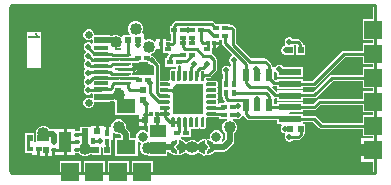
<source format=gtl>
G04*
G04 #@! TF.GenerationSoftware,Altium Limited,Altium Designer,22.9.1 (49)*
G04*
G04 Layer_Physical_Order=1*
G04 Layer_Color=255*
%FSLAX25Y25*%
%MOIN*%
G70*
G04*
G04 #@! TF.SameCoordinates,E7B6729E-600D-4C31-B664-834E27CDD885*
G04*
G04*
G04 #@! TF.FilePolarity,Positive*
G04*
G01*
G75*
%ADD12C,0.01000*%
%ADD14C,0.00500*%
%ADD17R,0.01968X0.02362*%
%ADD18R,0.06496X0.04921*%
%ADD19C,0.01181*%
%ADD20C,0.00394*%
%ADD21R,0.07480X0.02362*%
%ADD22R,0.11024X0.08268*%
%ADD23R,0.05339X0.04153*%
%ADD24R,0.02362X0.04331*%
%ADD25R,0.04528X0.02362*%
%ADD26R,0.04528X0.01181*%
%ADD27R,0.01417X0.01260*%
%ADD28R,0.02165X0.01772*%
%ADD29R,0.02000X0.01402*%
%ADD30R,0.01968X0.00984*%
%ADD31C,0.01063*%
%ADD32R,0.02165X0.02362*%
%ADD33R,0.02362X0.01968*%
%ADD34R,0.02362X0.02165*%
%ADD35R,0.01772X0.02165*%
%ADD36R,0.01378X0.02362*%
G04:AMPARAMS|DCode=37|XSize=21.89mil|YSize=11.52mil|CornerRadius=5.76mil|HoleSize=0mil|Usage=FLASHONLY|Rotation=0.000|XOffset=0mil|YOffset=0mil|HoleType=Round|Shape=RoundedRectangle|*
%AMROUNDEDRECTD37*
21,1,0.02189,0.00000,0,0,0.0*
21,1,0.01038,0.01152,0,0,0.0*
1,1,0.01152,0.00519,0.00000*
1,1,0.01152,-0.00519,0.00000*
1,1,0.01152,-0.00519,0.00000*
1,1,0.01152,0.00519,0.00000*
%
%ADD37ROUNDEDRECTD37*%
%ADD38R,0.02189X0.01152*%
%ADD47C,0.09035*%
%ADD53R,0.04331X0.06693*%
%ADD58C,0.02559*%
G04:AMPARAMS|DCode=59|XSize=39.37mil|YSize=82.68mil|CornerRadius=19.68mil|HoleSize=0mil|Usage=FLASHONLY|Rotation=270.000|XOffset=0mil|YOffset=0mil|HoleType=Round|Shape=RoundedRectangle|*
%AMROUNDEDRECTD59*
21,1,0.03937,0.04331,0,0,270.0*
21,1,0.00000,0.08268,0,0,270.0*
1,1,0.03937,-0.02165,0.00000*
1,1,0.03937,-0.02165,0.00000*
1,1,0.03937,0.02165,0.00000*
1,1,0.03937,0.02165,0.00000*
%
%ADD59ROUNDEDRECTD59*%
G04:AMPARAMS|DCode=60|XSize=39.37mil|YSize=70.87mil|CornerRadius=19.68mil|HoleSize=0mil|Usage=FLASHONLY|Rotation=270.000|XOffset=0mil|YOffset=0mil|HoleType=Round|Shape=RoundedRectangle|*
%AMROUNDEDRECTD60*
21,1,0.03937,0.03150,0,0,270.0*
21,1,0.00000,0.07087,0,0,270.0*
1,1,0.03937,-0.01575,0.00000*
1,1,0.03937,-0.01575,0.00000*
1,1,0.03937,0.01575,0.00000*
1,1,0.03937,0.01575,0.00000*
%
%ADD60ROUNDEDRECTD60*%
%ADD64C,0.02000*%
%ADD65R,0.06000X0.06000*%
%ADD66R,0.06000X0.06000*%
%ADD67C,0.15748*%
%ADD68C,0.03150*%
%ADD69C,0.02000*%
%ADD70C,0.04000*%
G36*
X392157Y254224D02*
X392234Y253833D01*
X392455Y253503D01*
X395485Y250473D01*
X395367Y249884D01*
X395185Y249808D01*
X394763Y249386D01*
X394535Y248835D01*
Y248238D01*
X394763Y247687D01*
X395048Y247402D01*
Y246472D01*
X394548Y246264D01*
X394348Y246464D01*
X393797Y246692D01*
X393200D01*
X392649Y246464D01*
X392227Y246042D01*
X391999Y245491D01*
Y244894D01*
X392227Y244343D01*
X392480Y244090D01*
Y242259D01*
X392114D01*
Y239094D01*
Y236141D01*
X392480D01*
Y235886D01*
X392558Y235496D01*
X392779Y235165D01*
X393058Y234886D01*
X392851Y234386D01*
X391241D01*
Y233965D01*
X391034Y233906D01*
X390592Y234293D01*
Y235226D01*
X390437Y235620D01*
X390592Y236013D01*
Y237194D01*
X390437Y237588D01*
X390592Y237982D01*
Y239163D01*
X390437Y239557D01*
X390592Y239950D01*
Y241131D01*
X390433Y241514D01*
X390050Y241673D01*
X387177D01*
X387160Y241666D01*
X386927Y241782D01*
X386863Y241846D01*
X386746Y242080D01*
X386753Y242097D01*
Y242572D01*
X387592D01*
X387982Y242650D01*
X388313Y242871D01*
X390221Y244779D01*
X390442Y245110D01*
X390520Y245500D01*
Y248700D01*
X390442Y249090D01*
X390221Y249421D01*
X389028Y250615D01*
X388749Y250999D01*
Y252570D01*
X389002D01*
Y254200D01*
X389502D01*
Y254700D01*
X391211D01*
Y255314D01*
X392157D01*
Y254224D01*
D02*
G37*
G36*
X367328Y247650D02*
X367750Y247228D01*
X368302Y247000D01*
X368898D01*
X368916Y247007D01*
X369344Y246579D01*
Y243523D01*
X368859Y243486D01*
Y243486D01*
X364393D01*
X364224Y243520D01*
X362134D01*
Y244373D01*
X362634Y244638D01*
X362672Y244631D01*
X363062Y244708D01*
X363393Y244929D01*
X363614Y245260D01*
X363692Y245650D01*
X363614Y246041D01*
X363393Y246371D01*
X363367Y246397D01*
X363036Y246619D01*
X362646Y246696D01*
X362134D01*
Y247773D01*
X364131D01*
X364341Y247814D01*
X367261D01*
X367328Y247650D01*
D02*
G37*
G36*
X442500Y262248D02*
X439000D01*
Y255248D01*
X442500D01*
Y254248D01*
X439000D01*
Y251768D01*
X432901D01*
X432511Y251690D01*
X432180Y251469D01*
X422444Y241733D01*
X419030D01*
Y242395D01*
X410550D01*
Y241832D01*
X409787D01*
X409321Y242298D01*
Y244662D01*
X409821Y244761D01*
X409849Y244695D01*
X410271Y244273D01*
X410550Y244157D01*
Y242969D01*
X419030D01*
Y246332D01*
X412418D01*
X412392Y246394D01*
X411970Y246816D01*
X411419Y247044D01*
X410822D01*
X410271Y246816D01*
X409849Y246394D01*
X409792Y246257D01*
X409321Y246187D01*
X409222Y246187D01*
X408620D01*
Y246800D01*
X408542Y247190D01*
X408321Y247521D01*
X407021Y248821D01*
X406690Y249042D01*
X406300Y249120D01*
X401844D01*
X396920Y254044D01*
Y258714D01*
X396842Y259104D01*
X396621Y259435D01*
X396035Y260021D01*
X395704Y260242D01*
X395314Y260320D01*
X394759D01*
Y260686D01*
X389980D01*
X389345Y261321D01*
X389014Y261542D01*
X388624Y261620D01*
X376809D01*
X376419Y261542D01*
X376089Y261321D01*
X375503Y260735D01*
X375282Y260404D01*
X375204Y260014D01*
Y259986D01*
X374641D01*
Y257214D01*
X375180D01*
Y255030D01*
X373506D01*
Y255530D01*
X372298D01*
Y253900D01*
Y252270D01*
X372551D01*
Y250999D01*
X374060D01*
X374267Y250499D01*
X374103Y250335D01*
X373882Y250004D01*
X373804Y249614D01*
Y249186D01*
X373241D01*
Y246414D01*
X376757D01*
Y245892D01*
X376369Y245511D01*
X375188D01*
X374805Y245353D01*
X374647Y244970D01*
Y242097D01*
X374654Y242080D01*
X374537Y241846D01*
X374473Y241782D01*
X374240Y241666D01*
X374223Y241673D01*
X371369D01*
Y242337D01*
X371383Y242406D01*
Y247002D01*
X371305Y247392D01*
X371084Y247723D01*
X370100Y248707D01*
Y248798D01*
X369872Y249350D01*
X369450Y249772D01*
X368898Y250000D01*
X368559D01*
Y250586D01*
X368559Y250586D01*
X368559D01*
X368965Y250876D01*
X369068Y250918D01*
X369771Y251622D01*
X369862Y251841D01*
X370089Y252270D01*
Y252270D01*
X370089Y252270D01*
X371298D01*
Y253900D01*
Y255530D01*
X370089D01*
Y254843D01*
X369589Y254636D01*
X369068Y255157D01*
X368149Y255538D01*
X367155D01*
X366654Y255331D01*
X366154Y255665D01*
Y257383D01*
X365872D01*
X365543Y257883D01*
X365800Y258503D01*
Y259497D01*
X365419Y260416D01*
X364716Y261119D01*
X363797Y261500D01*
X362803D01*
X361884Y261119D01*
X361181Y260416D01*
X360800Y259497D01*
Y258503D01*
X361181Y257584D01*
X361382Y257383D01*
X361175Y256883D01*
X358946D01*
Y256484D01*
X358446Y256277D01*
X358122Y256601D01*
X357203Y256981D01*
X356208D01*
X355477Y256678D01*
X354598D01*
Y256830D01*
X349381D01*
Y257432D01*
X349110Y258086D01*
X348610Y258587D01*
X347955Y258857D01*
X347248D01*
X346594Y258587D01*
X346093Y258086D01*
X345822Y257432D01*
Y256724D01*
X346093Y256070D01*
X346594Y255569D01*
X347248Y255298D01*
X347955D01*
X348570Y255553D01*
X349070Y255377D01*
Y254168D01*
X348570Y253967D01*
X348291Y254246D01*
X347739Y254474D01*
X347143D01*
X346591Y254246D01*
X346169Y253824D01*
X345941Y253273D01*
Y252676D01*
X346169Y252125D01*
X346591Y251703D01*
X346623Y251690D01*
Y251148D01*
X346591Y251135D01*
X346169Y250713D01*
X345941Y250162D01*
Y249565D01*
X346169Y249014D01*
X346363Y248819D01*
X346538Y248493D01*
X346363Y248166D01*
X346169Y247972D01*
X345941Y247421D01*
Y246824D01*
X346169Y246273D01*
X346406Y246036D01*
X346536Y245711D01*
X346406Y245386D01*
X346169Y245150D01*
X345941Y244598D01*
Y244002D01*
X346169Y243450D01*
X346461Y243159D01*
X346544Y242850D01*
X346461Y242541D01*
X346169Y242250D01*
X345941Y241698D01*
Y241102D01*
X346169Y240550D01*
X346412Y240307D01*
X346536Y239984D01*
X346412Y239661D01*
X346169Y239418D01*
X345941Y238867D01*
Y238270D01*
X346169Y237719D01*
X346591Y237297D01*
X347143Y237069D01*
X347739D01*
X348291Y237297D01*
X348570Y237576D01*
X349070Y237401D01*
Y236023D01*
X348570Y235847D01*
X347955Y236102D01*
X347248D01*
X346594Y235831D01*
X346093Y235330D01*
X345822Y234676D01*
Y233968D01*
X346093Y233314D01*
X346594Y232813D01*
X347248Y232542D01*
X347955D01*
X348610Y232813D01*
X349110Y233314D01*
X349381Y233968D01*
Y234570D01*
X354598D01*
Y234903D01*
X355911D01*
X355969Y234914D01*
X356423Y234581D01*
Y234352D01*
X356452Y234204D01*
Y230323D01*
X363948D01*
X363948Y230323D01*
Y230323D01*
X363948Y230323D01*
X364385Y230172D01*
Y229016D01*
X366566D01*
Y228516D01*
X367067D01*
Y226532D01*
X367476D01*
Y224858D01*
X366976Y224651D01*
X366825Y224802D01*
X366062Y225118D01*
X365237D01*
X364474Y224802D01*
X363891Y224219D01*
X363575Y223456D01*
Y222661D01*
X361533D01*
Y223990D01*
X361417Y224575D01*
X361085Y225071D01*
X360172Y225984D01*
Y226819D01*
X359791Y227738D01*
X359088Y228441D01*
X358169Y228821D01*
X357175D01*
X356256Y228441D01*
X355553Y227738D01*
X355172Y226819D01*
Y226252D01*
X354300D01*
Y224169D01*
X353300D01*
Y226252D01*
X352625D01*
Y226773D01*
X350943D01*
Y224788D01*
X349943D01*
Y226773D01*
X348262D01*
Y226742D01*
X348188Y226273D01*
X344825D01*
Y225120D01*
X344325Y224835D01*
X344219Y224856D01*
X343181D01*
X343015Y224992D01*
Y225547D01*
X340350D01*
Y221200D01*
Y216853D01*
X343015D01*
Y217408D01*
X343181Y217544D01*
X344219D01*
X344362Y217573D01*
X345003Y216932D01*
X345922Y216551D01*
X346917D01*
X347835Y216932D01*
X348048Y217144D01*
X348744D01*
Y216811D01*
X351713D01*
Y218265D01*
X351758Y218492D01*
Y218657D01*
X351713Y218884D01*
Y219522D01*
X351787Y219562D01*
X352287Y219262D01*
Y216811D01*
X355256D01*
Y220173D01*
X355186D01*
Y222087D01*
X355686D01*
Y224119D01*
X356148Y224310D01*
X356256Y224202D01*
X357175Y223821D01*
X358009D01*
X358474Y223356D01*
Y222661D01*
X356452D01*
Y216740D01*
X363948D01*
Y221157D01*
X364410Y221349D01*
X364474Y221284D01*
X364855Y221127D01*
X365153Y220734D01*
X365081Y220533D01*
X364779Y219806D01*
Y218811D01*
X365160Y217893D01*
X365863Y217189D01*
X366782Y216809D01*
X367476D01*
Y216574D01*
X373815D01*
Y218038D01*
X374537D01*
X374854Y217625D01*
X375428Y217184D01*
X376097Y216907D01*
X376815Y216813D01*
Y216822D01*
X377108Y216880D01*
X377356Y217046D01*
X377574Y216912D01*
X377668Y216855D01*
X377668D01*
X377668Y216855D01*
X377668Y216855D01*
X377961Y216797D01*
X378027Y216810D01*
X378027Y216812D01*
X378508Y216875D01*
X379186Y217156D01*
X379767Y217602D01*
X379792Y217635D01*
X380131Y217740D01*
X380176Y217744D01*
X380311Y217731D01*
X380450Y217672D01*
X380744Y217378D01*
X381663Y216997D01*
X382658D01*
X383577Y217378D01*
X383853Y217654D01*
X383934Y217653D01*
X384406Y217563D01*
X384988Y217117D01*
X385665Y216837D01*
X386146Y216773D01*
X386146Y216772D01*
X386213Y216758D01*
X386505Y216816D01*
X386505Y216816D01*
X386505Y216817D01*
X386505D01*
X386599Y216874D01*
X386818Y217008D01*
X387066Y216842D01*
X387358Y216784D01*
Y216775D01*
X388076Y216869D01*
X388745Y217146D01*
X389320Y217587D01*
X389492Y217812D01*
X389512Y217825D01*
X389577Y217922D01*
X389666Y218039D01*
X392709D01*
X393295Y218155D01*
X393791Y218487D01*
X395781Y220477D01*
X396113Y220973D01*
X396229Y221558D01*
Y224195D01*
X396819Y224785D01*
X397200Y225704D01*
Y226698D01*
X396819Y227617D01*
X396116Y228320D01*
X395648Y228514D01*
X395747Y229014D01*
X396829D01*
X397013Y228938D01*
X397609D01*
X398161Y229166D01*
X398583Y229588D01*
X398757Y230009D01*
X398874Y230044D01*
X399244Y230066D01*
X399278Y230060D01*
X399439Y229819D01*
X400296Y228962D01*
X400627Y228741D01*
X401017Y228663D01*
X410550D01*
Y227221D01*
X411915D01*
X412122Y226721D01*
X411912Y226511D01*
X411684Y225960D01*
Y225363D01*
X411912Y224812D01*
X412334Y224390D01*
X412886Y224162D01*
X412936D01*
X413256Y223736D01*
X413236Y223510D01*
X413081Y223136D01*
Y222539D01*
X413309Y221988D01*
X413731Y221566D01*
X414283Y221338D01*
X414879D01*
X415431Y221566D01*
X415683Y221818D01*
X417462D01*
X417852Y221896D01*
X418183Y222116D01*
X419032Y222967D01*
X419253Y223297D01*
X419331Y223688D01*
Y223991D01*
X419791D01*
Y227354D01*
X419030D01*
Y227981D01*
X422494D01*
X424444Y226031D01*
X424775Y225810D01*
X425165Y225732D01*
X439000D01*
Y223252D01*
X442500D01*
Y222752D01*
X438500D01*
Y220752D01*
X442500D01*
Y216752D01*
X438500D01*
Y214752D01*
X442500D01*
Y211400D01*
X368980D01*
Y212000D01*
Y214917D01*
X361980D01*
Y212000D01*
Y211400D01*
X360980D01*
Y212000D01*
Y214917D01*
X353980D01*
Y212000D01*
Y211400D01*
X352980D01*
Y212000D01*
Y214917D01*
X345980D01*
Y212000D01*
Y211400D01*
X344980D01*
Y212000D01*
Y214917D01*
X337980D01*
Y212000D01*
Y211400D01*
X321200D01*
Y266300D01*
X442500D01*
Y262248D01*
D02*
G37*
G36*
X386212Y242214D02*
Y242097D01*
X386122Y241880D01*
X385956Y241714D01*
X385739Y241624D01*
X385504D01*
X385287Y241714D01*
X385121Y241880D01*
X385031Y242097D01*
Y242214D01*
Y244970D01*
X386212D01*
Y242214D01*
D02*
G37*
G36*
X384243D02*
Y242097D01*
X384153Y241880D01*
X383987Y241714D01*
X383770Y241624D01*
X383535D01*
X383318Y241714D01*
X383152Y241880D01*
X383062Y242097D01*
Y242214D01*
X383062D01*
Y244970D01*
X384243D01*
Y242214D01*
D02*
G37*
G36*
X382275D02*
Y242097D01*
X382185Y241880D01*
X382019Y241714D01*
X381802Y241624D01*
X381567D01*
X381350Y241714D01*
X381184Y241880D01*
X381094Y242097D01*
Y242214D01*
Y244970D01*
X382275D01*
Y242214D01*
D02*
G37*
G36*
X380306D02*
Y242097D01*
X380216Y241880D01*
X380050Y241714D01*
X379833Y241624D01*
X379598D01*
X379381Y241714D01*
X379215Y241880D01*
X379125Y242097D01*
Y242214D01*
Y244970D01*
X380306D01*
Y242214D01*
D02*
G37*
G36*
X378338D02*
Y242097D01*
X378248Y241880D01*
X378082Y241714D01*
X377865Y241624D01*
X377630D01*
X377413Y241714D01*
X377247Y241880D01*
X377157Y242097D01*
Y242214D01*
Y244970D01*
X378338D01*
X378338Y242214D01*
D02*
G37*
G36*
X376369D02*
Y242097D01*
X376279Y241880D01*
X376113Y241714D01*
X375896Y241624D01*
X375661D01*
X375444Y241714D01*
X375278Y241880D01*
X375188Y242097D01*
Y242214D01*
Y244970D01*
X376369D01*
Y242214D01*
D02*
G37*
G36*
X390050Y239950D02*
X387177D01*
X386960Y240040D01*
X386794Y240206D01*
X386704Y240423D01*
Y240541D01*
Y240658D01*
X386794Y240876D01*
X386960Y241042D01*
X387177Y241131D01*
X390050D01*
Y239950D01*
D02*
G37*
G36*
X374440Y241042D02*
X374606Y240876D01*
X374696Y240658D01*
Y240541D01*
Y240423D01*
X374606Y240206D01*
X374440Y240040D01*
X374223Y239950D01*
X371350D01*
Y241131D01*
X374223D01*
X374440Y241042D01*
D02*
G37*
G36*
X439000Y247248D02*
X442500D01*
Y246250D01*
X439000D01*
Y243770D01*
X428774D01*
X428384Y243692D01*
X428054Y243471D01*
X422478Y237895D01*
X419030D01*
Y238458D01*
X410550D01*
Y238299D01*
X410050Y238092D01*
X408668Y239474D01*
X408974Y239871D01*
X409365Y239793D01*
X410550D01*
Y239032D01*
X419030D01*
Y239694D01*
X422866D01*
X423257Y239772D01*
X423588Y239992D01*
X433323Y249728D01*
X439000D01*
Y247248D01*
D02*
G37*
G36*
X390050Y237982D02*
X387295Y237982D01*
X387177D01*
X386960Y238072D01*
X386794Y238238D01*
X386704Y238455D01*
Y238572D01*
Y238690D01*
X386794Y238907D01*
X386960Y239073D01*
X387177Y239163D01*
X390050D01*
Y237982D01*
D02*
G37*
G36*
X374440Y239073D02*
X374606Y238907D01*
X374696Y238690D01*
Y238572D01*
Y238455D01*
X374606Y238238D01*
X374440Y238072D01*
X374223Y237982D01*
X374106D01*
Y237982D01*
X371350D01*
Y239163D01*
X374223D01*
X374440Y239073D01*
D02*
G37*
G36*
X390050Y236013D02*
X387177D01*
X386960Y236103D01*
X386794Y236269D01*
X386704Y236487D01*
Y236604D01*
Y236721D01*
X386794Y236939D01*
X386960Y237105D01*
X387177Y237194D01*
X390050D01*
Y236013D01*
D02*
G37*
G36*
X374440Y237105D02*
X374606Y236939D01*
X374696Y236721D01*
Y236604D01*
Y236487D01*
X374606Y236269D01*
X374440Y236103D01*
X374223Y236013D01*
X371350D01*
Y237194D01*
X374223D01*
X374440Y237105D01*
D02*
G37*
G36*
X439000Y239250D02*
X442500D01*
Y238250D01*
X439000D01*
Y235770D01*
X424775D01*
X424385Y235692D01*
X424054Y235471D01*
X422442Y233859D01*
X419030D01*
Y234521D01*
X410550D01*
Y233958D01*
X409321D01*
Y235431D01*
X409821Y235801D01*
X409894Y235787D01*
X410550D01*
Y235095D01*
X419030D01*
Y235856D01*
X422900D01*
X423290Y235934D01*
X423621Y236155D01*
X429197Y241730D01*
X439000D01*
Y239250D01*
D02*
G37*
G36*
X390050Y234045D02*
X387177D01*
X386960Y234135D01*
X386794Y234301D01*
X386704Y234518D01*
Y234635D01*
Y234753D01*
X386794Y234970D01*
X386960Y235136D01*
X387177Y235226D01*
X390050D01*
Y234045D01*
D02*
G37*
G36*
X374440Y235136D02*
X374606Y234970D01*
X374696Y234753D01*
Y234635D01*
Y234518D01*
X374606Y234301D01*
X374440Y234135D01*
X374223Y234045D01*
X371350D01*
Y235226D01*
X374223D01*
X374440Y235136D01*
D02*
G37*
G36*
X390050Y232076D02*
X387177D01*
X386960Y232166D01*
X386794Y232332D01*
X386704Y232550D01*
Y232667D01*
Y232784D01*
X386794Y233001D01*
X386960Y233168D01*
X387177Y233258D01*
X387295D01*
Y233258D01*
X390050D01*
Y232076D01*
D02*
G37*
G36*
X374106Y233258D02*
X374223D01*
X374440Y233168D01*
X374606Y233001D01*
X374696Y232784D01*
Y232667D01*
Y232550D01*
X374606Y232332D01*
X374440Y232166D01*
X374223Y232076D01*
X371350D01*
Y233258D01*
X374106Y233258D01*
D02*
G37*
G36*
X385720Y230600D02*
X375680D01*
Y239655D01*
X376665Y240639D01*
X385720D01*
Y230600D01*
D02*
G37*
G36*
X390050Y230108D02*
X387177D01*
X386960Y230198D01*
X386794Y230364D01*
X386704Y230581D01*
Y230698D01*
Y230816D01*
X386794Y231033D01*
X386960Y231199D01*
X387177Y231289D01*
X390050D01*
Y230108D01*
D02*
G37*
G36*
X374440Y231199D02*
X374606Y231033D01*
X374696Y230816D01*
Y230698D01*
Y230581D01*
X374606Y230364D01*
X374440Y230198D01*
X374223Y230108D01*
X371350D01*
Y231289D01*
X374223D01*
X374440Y231199D01*
D02*
G37*
G36*
X391241Y229014D02*
X393653D01*
X393752Y228514D01*
X393284Y228320D01*
X392581Y227617D01*
X392200Y226698D01*
Y225704D01*
X392581Y224785D01*
X393171Y224195D01*
Y222192D01*
X392371Y221392D01*
X392267Y221413D01*
X392172Y221584D01*
X392055Y221965D01*
X392331Y222631D01*
Y223456D01*
X392015Y224219D01*
X391431Y224802D01*
X390669Y225118D01*
X389843D01*
X389081Y224802D01*
X388497Y224219D01*
X388181Y223456D01*
Y222700D01*
X388062Y222519D01*
X387791Y222265D01*
X387358Y222322D01*
Y222313D01*
X387066Y222255D01*
X386818Y222089D01*
X386599Y222223D01*
X386505Y222280D01*
X386505D01*
X386505Y222280D01*
X386505Y222280D01*
X386213Y222338D01*
X386146Y222325D01*
X386146Y222323D01*
X385665Y222260D01*
X384988Y221979D01*
X384406Y221533D01*
X384389Y221511D01*
X384090Y221404D01*
X383838Y221371D01*
X383823Y221370D01*
X383577Y221616D01*
X382658Y221997D01*
X381663D01*
X380744Y221616D01*
X380440Y221312D01*
X379990Y221341D01*
X379928Y221387D01*
X379867Y221446D01*
X379856Y221463D01*
X379845Y221470D01*
X379767Y221572D01*
X379186Y222018D01*
X378508Y222298D01*
X378386Y222314D01*
X378419Y222814D01*
X381759D01*
Y225586D01*
X382200Y225728D01*
X382275D01*
X382668Y225882D01*
X383062Y225728D01*
X384243D01*
X384637Y225882D01*
X385031Y225728D01*
X386212D01*
X386595Y225887D01*
X386753Y226269D01*
Y229143D01*
X386746Y229159D01*
X386884Y229436D01*
D01*
X387160Y229574D01*
X387177Y229567D01*
X390050D01*
X390321Y229679D01*
X391241D01*
Y229014D01*
D02*
G37*
G36*
X439000Y231250D02*
X442500D01*
Y230252D01*
X439000D01*
Y227772D01*
X425587D01*
X423637Y229722D01*
X423306Y229943D01*
X422916Y230020D01*
X419030D01*
Y230584D01*
X414571D01*
X414491Y230658D01*
X414687Y231158D01*
X419030D01*
Y231820D01*
X422864D01*
X423255Y231897D01*
X423586Y232119D01*
X425197Y233730D01*
X439000D01*
Y231250D01*
D02*
G37*
G36*
X385956Y229526D02*
X386122Y229360D01*
X386212Y229143D01*
Y229025D01*
Y226269D01*
X385031D01*
Y229025D01*
Y229143D01*
X385121Y229360D01*
X385287Y229526D01*
X385504Y229616D01*
X385739D01*
X385956Y229526D01*
D02*
G37*
G36*
X383987D02*
X384153Y229360D01*
X384243Y229143D01*
Y229025D01*
Y226269D01*
X383062D01*
X383062Y229025D01*
Y229143D01*
X383152Y229360D01*
X383318Y229526D01*
X383535Y229616D01*
X383770D01*
X383987Y229526D01*
D02*
G37*
G36*
X382019D02*
X382185Y229360D01*
X382275Y229143D01*
Y229025D01*
Y226269D01*
X381094D01*
Y229025D01*
Y229143D01*
X381184Y229360D01*
X381350Y229526D01*
X381567Y229616D01*
X381802D01*
X382019Y229526D01*
D02*
G37*
G36*
X380050D02*
X380216Y229360D01*
X380306Y229143D01*
Y229025D01*
Y226269D01*
X379125D01*
Y229025D01*
Y229143D01*
X379215Y229360D01*
X379381Y229526D01*
X379598Y229616D01*
X379833D01*
X380050Y229526D01*
D02*
G37*
G36*
X378082D02*
X378248Y229360D01*
X378338Y229143D01*
Y229025D01*
X378338D01*
Y226269D01*
X377157D01*
Y229025D01*
Y229143D01*
X377247Y229360D01*
X377413Y229526D01*
X377630Y229616D01*
X377865D01*
X378082Y229526D01*
D02*
G37*
G36*
X376113D02*
X376279Y229360D01*
X376369Y229143D01*
Y229025D01*
Y226269D01*
X375188D01*
Y229025D01*
Y229143D01*
X375278Y229360D01*
X375444Y229526D01*
X375661Y229616D01*
X375896D01*
X376113Y229526D01*
D02*
G37*
G36*
X379815Y220567D02*
Y218587D01*
X377961Y217587D01*
Y218587D01*
X376961Y219587D01*
X377961Y220587D01*
Y221612D01*
X379815Y220567D01*
D02*
G37*
G36*
X376815Y220980D02*
X375620Y219785D01*
Y219368D01*
X376815Y218173D01*
Y217567D01*
X375815Y218067D01*
X374815Y218567D01*
Y220567D01*
X375815Y221067D01*
X376795Y221567D01*
X376815Y221587D01*
Y220980D01*
D02*
G37*
G36*
X388358Y221068D02*
X389358Y220568D01*
Y218568D01*
X388358Y218068D01*
X387378Y217568D01*
X387358Y217548D01*
Y218155D01*
X388553Y219350D01*
Y219767D01*
X387358Y220962D01*
Y221568D01*
X388358Y221068D01*
D02*
G37*
G36*
X386213Y220548D02*
X387213Y219548D01*
X386213Y218548D01*
Y217523D01*
X384358Y218568D01*
Y220548D01*
X386213Y221548D01*
Y220548D01*
D02*
G37*
%LPC*%
G36*
X391211Y253700D02*
X390002D01*
Y252570D01*
X391211D01*
Y253700D01*
D02*
G37*
G36*
X414783Y256230D02*
X414186D01*
X413635Y256002D01*
X413213Y255580D01*
X412985Y255029D01*
Y254432D01*
X413158Y254013D01*
X413213Y253811D01*
X413026Y253361D01*
X413025D01*
X412474Y253132D01*
X412052Y252710D01*
X411824Y252159D01*
Y251562D01*
X412052Y251011D01*
X412474Y250589D01*
X413025Y250360D01*
X413279D01*
Y250201D01*
X416248D01*
Y253520D01*
X416823D01*
Y250201D01*
X419791D01*
Y253563D01*
X419111D01*
Y253953D01*
X419034Y254344D01*
X418813Y254674D01*
X418227Y255260D01*
X417896Y255481D01*
X417506Y255559D01*
X415765D01*
X415756Y255580D01*
X415334Y256002D01*
X414783Y256230D01*
D02*
G37*
G36*
X331922Y257980D02*
X327059D01*
Y245935D01*
X331922D01*
Y257980D01*
D02*
G37*
G36*
X366067Y228016D02*
X364385D01*
Y226532D01*
X366067D01*
Y228016D01*
D02*
G37*
G36*
X332997Y226724D02*
X332003D01*
X331084Y226343D01*
X330381Y225640D01*
X330000Y224721D01*
Y223726D01*
X330031Y223650D01*
Y221372D01*
X329744Y221204D01*
X329457Y221372D01*
Y224225D01*
X326488D01*
Y220863D01*
X326559D01*
Y220260D01*
X326445D01*
Y217488D01*
X328898D01*
Y216988D01*
X330480D01*
Y218874D01*
X331480D01*
Y216988D01*
X331516D01*
Y216543D01*
X333000D01*
Y218724D01*
X334000D01*
Y216543D01*
X335484D01*
Y217034D01*
X335499D01*
Y218641D01*
X336499D01*
Y217034D01*
X336518D01*
X336684Y216898D01*
Y216853D01*
X339350D01*
Y221200D01*
Y225547D01*
X336684D01*
X336684Y225547D01*
Y225547D01*
X336184Y225465D01*
X335904Y225521D01*
X334669D01*
X334619Y225640D01*
X333916Y226343D01*
X332997Y226724D01*
D02*
G37*
%LPD*%
G36*
X330451Y257475D02*
X330456Y257469D01*
X330462Y257453D01*
X330467Y257430D01*
X330495Y257375D01*
X330528Y257297D01*
X330573Y257203D01*
X330634Y257097D01*
X330712Y256981D01*
X330800Y256859D01*
X330806Y256853D01*
X330811Y256842D01*
X330828Y256825D01*
X330850Y256803D01*
X330906Y256742D01*
X330978Y256676D01*
X331067Y256598D01*
X331178Y256520D01*
X331294Y256448D01*
X331422Y256393D01*
Y255793D01*
X327559D01*
Y256531D01*
X330340D01*
X330334Y256537D01*
X330323Y256548D01*
X330306Y256570D01*
X330278Y256603D01*
X330245Y256642D01*
X330212Y256687D01*
X330173Y256742D01*
X330129Y256803D01*
X330084Y256870D01*
X330040Y256942D01*
X329990Y257020D01*
X329946Y257103D01*
X329862Y257280D01*
X329785Y257480D01*
X330451D01*
Y257475D01*
D02*
G37*
D12*
X355400Y240340D02*
X355986Y240926D01*
X351834Y238810D02*
X351839Y238806D01*
X355400Y239391D02*
Y240340D01*
X351743Y238720D02*
X351834Y238810D01*
X351839Y238806D02*
X354814D01*
X355400Y239391D01*
X360106Y245676D02*
X362646D01*
X360080Y245650D02*
X360106Y245676D01*
X357500Y245650D02*
X360080D01*
X362646Y245676D02*
X362672Y245650D01*
X425165Y226752D02*
X442500D01*
X422916Y229001D02*
X425165Y226752D01*
X414549Y229001D02*
X422916D01*
X414790Y232839D02*
X422864D01*
X424775Y234750D01*
X442500D01*
X414548Y236876D02*
X422900D01*
X428774Y242750D01*
X414790Y240714D02*
X422866D01*
X432901Y250748D01*
X428774Y242750D02*
X442500D01*
X432901Y250748D02*
X442500D01*
X414479Y236806D02*
X414548Y236876D01*
X408321Y232939D02*
X414790D01*
X400160Y230540D02*
Y234619D01*
X413867Y229683D02*
X414548Y229002D01*
X400160Y230540D02*
X401017Y229683D01*
X413867D01*
X394086Y235300D02*
X399479D01*
X393500Y235886D02*
Y237724D01*
Y235886D02*
X394086Y235300D01*
X399479D02*
X400160Y234619D01*
X407640Y233620D02*
Y233679D01*
X396100Y237724D02*
X406676D01*
X407640Y236760D01*
Y233620D02*
X408321Y232939D01*
X407640Y233679D02*
Y236760D01*
X401540Y239760D02*
X406940D01*
X409894Y236806D01*
X414479D01*
X393176Y254224D02*
X400160Y247240D01*
Y243521D02*
Y247240D01*
X393176Y254224D02*
Y256700D01*
X400200Y241100D02*
X401540Y239760D01*
X400200Y241100D02*
Y243481D01*
X407600Y243561D02*
X407640Y243521D01*
Y242537D02*
Y243521D01*
X414691Y240813D02*
X414790Y240714D01*
X407640Y242537D02*
X409365Y240813D01*
X414691D01*
X395900Y253621D02*
Y258714D01*
X395314Y259300D02*
X395900Y258714D01*
Y253621D02*
X401421Y248100D01*
X393176Y259300D02*
X395314D01*
X407600Y243561D02*
Y246800D01*
X401421Y248100D02*
X406300D01*
X407600Y246800D01*
X378472Y235359D02*
X378734Y235620D01*
X380700D01*
X378526D02*
X380700D01*
X375573Y238572D02*
X378526Y235620D01*
X373023Y238572D02*
X375573D01*
X389538Y259686D02*
X389641D01*
X388624Y260600D02*
X389538Y259686D01*
X376224Y260014D02*
X376809Y260600D01*
X376224Y258100D02*
Y260014D01*
X376809Y260600D02*
X388624D01*
X390024Y259200D02*
Y259303D01*
X389641Y259686D02*
X390024Y259303D01*
X396035Y248537D02*
X396068Y248504D01*
Y240709D02*
Y248504D01*
X393499Y240677D02*
Y245192D01*
X393498Y245193D02*
X393499Y245192D01*
X345631Y223788D02*
X346335Y224492D01*
X346532D01*
X343729Y223788D02*
X345631D01*
X343700Y223759D02*
X343729Y223788D01*
X351388Y221568D02*
X351414Y221542D01*
X349201Y221568D02*
X351388D01*
X349159Y221610D02*
X349201Y221568D01*
X331172Y222200D02*
X331516Y222544D01*
Y223248D02*
X332491Y224224D01*
X332500D01*
X347637Y252518D02*
Y252975D01*
X366887Y230324D02*
Y233884D01*
X366880Y233891D02*
X366887Y233884D01*
X347637Y252518D02*
X349443Y250712D01*
X351743D01*
X347463Y249863D02*
X347734D01*
X348897Y248700D02*
X351787D01*
X347734Y249863D02*
X348897Y248700D01*
X347606Y247123D02*
X347748D01*
X347750Y238720D02*
X351743D01*
X347598Y238568D02*
X347750Y238720D01*
X351743Y250712D02*
X351834Y250621D01*
X348286Y244716D02*
X351834D01*
X347600Y244300D02*
X347871D01*
X348286Y244716D01*
X348186Y246684D02*
X351834D01*
X347748Y247123D02*
X348186Y246684D01*
X366731Y228680D02*
Y230152D01*
X366566Y228516D02*
X366731Y228680D01*
X366887Y230324D02*
X366895Y230316D01*
X366731Y230152D02*
X366895Y230316D01*
X367859Y241517D02*
X367909Y241468D01*
Y241191D02*
Y241468D01*
X367859Y241517D02*
Y241714D01*
X367909Y241191D02*
X368100Y241000D01*
X379082Y219497D02*
X379813D01*
X358131Y221269D02*
X360092Y219309D01*
X360200D01*
X370607Y219112D02*
X371062Y219567D01*
X384358Y219523D02*
X386187D01*
X382160Y219497D02*
X382186Y219523D01*
X386187D02*
X386213Y219548D01*
X379007Y219573D02*
X379082Y219497D01*
X417462Y222837D02*
X418312Y223688D01*
X414581Y222837D02*
X417462D01*
X418092Y252097D02*
Y253953D01*
X414676Y254539D02*
X417506D01*
X418092Y252097D02*
X418307Y251882D01*
X417506Y254539D02*
X418092Y253953D01*
X414485Y254731D02*
X414676Y254539D01*
X413184Y225662D02*
X413189Y225667D01*
X414758D01*
X414764Y225673D01*
X414753Y251871D02*
X414764Y251882D01*
X413334Y251871D02*
X414753D01*
X413323Y251860D02*
X413334Y251871D01*
X387442Y258600D02*
X388956Y257086D01*
X389641D01*
X385076Y258600D02*
X387442D01*
X389641Y257086D02*
X390127Y256600D01*
X385076Y258600D02*
X385326Y258350D01*
X387268Y254170D02*
X387273Y254176D01*
X387249Y252200D02*
X387273Y252224D01*
Y254176D02*
X387298Y254200D01*
X387273Y252224D02*
Y254176D01*
X385882Y254170D02*
X387268D01*
X385076Y254975D02*
X385882Y254170D01*
X385631Y245970D02*
X386950Y247289D01*
X387221D01*
X383665Y245018D02*
X384616Y245970D01*
X385631D01*
X381684Y246099D02*
X382725Y247140D01*
X381684Y243358D02*
Y246099D01*
X382725Y247140D02*
Y247410D01*
X393499Y240677D02*
X393500Y240676D01*
X383700Y252200D02*
X385800Y250100D01*
X388100D02*
X389500Y248700D01*
X385800Y250100D02*
X388100D01*
X389500Y245500D02*
Y248700D01*
X370535Y228516D02*
Y230688D01*
X370503Y225007D02*
Y228516D01*
Y225007D02*
X370646Y224865D01*
X327579Y219126D02*
X327831Y218874D01*
X327579Y219126D02*
Y222544D01*
X353786Y218114D02*
Y220810D01*
X371940Y230698D02*
X373023D01*
X355986Y240926D02*
X360650D01*
Y239404D02*
Y240926D01*
Y239404D02*
X361454Y238600D01*
X365627D01*
X365700Y238673D01*
X370525Y230698D02*
X371940D01*
X373023Y229616D02*
Y230698D01*
Y232667D01*
Y229616D02*
X374684Y227955D01*
X418312Y223688D02*
Y225668D01*
X418307Y225673D02*
X418312Y225668D01*
X396068Y240709D02*
X396100Y240676D01*
X338779Y220130D02*
X339849Y221200D01*
X338487Y218641D02*
X338779Y218933D01*
X335999Y218641D02*
X338487D01*
X340900Y221200D02*
X343700D01*
X368865Y248500D02*
X370363Y247002D01*
X366976Y249200D02*
X367362Y248814D01*
X368329Y248500D02*
X368865D01*
X370363Y242406D02*
Y247002D01*
X367362Y248814D02*
X368015D01*
X368329Y248500D01*
X370350Y237568D02*
X371301Y236616D01*
X370350Y242392D02*
X370363Y242406D01*
X370350Y237568D02*
Y242392D01*
X368000Y237700D02*
Y240900D01*
X368100Y241000D01*
X367473Y242100D02*
X367859Y241714D01*
X367276Y242100D02*
X367473D01*
X368000Y237700D02*
X371053Y234647D01*
X373011D01*
X347598Y241400D02*
X347771D01*
X347500D02*
X347598D01*
X351834Y246684D02*
X355016D01*
X347771Y241400D02*
X349071Y242700D01*
X351787D01*
X351834Y242747D01*
X351787Y248700D02*
X351834Y248653D01*
X355557Y247225D02*
X360650D01*
X355016Y246684D02*
X355557Y247225D01*
X355424Y244076D02*
X360650D01*
X351847Y244703D02*
X354797D01*
X355424Y244076D01*
X354028Y242657D02*
X354183Y242501D01*
X357500D01*
X354128Y248800D02*
X357500D01*
X351924Y248743D02*
X354072D01*
X351834Y248653D02*
X351924Y248743D01*
X354072D02*
X354128Y248800D01*
X371301Y236616D02*
X372950D01*
X372962Y236604D01*
X373011Y234647D02*
X373023Y234635D01*
X331516Y222544D02*
Y223248D01*
X387592Y243592D02*
X389500Y245500D01*
X383665Y243309D02*
Y245018D01*
X385638Y243297D02*
X385934Y243592D01*
X385621Y243297D02*
X385638D01*
X385934Y243592D02*
X387592D01*
X379149Y252786D02*
X379735Y252200D01*
X379149Y252786D02*
Y254169D01*
X379735Y252200D02*
X383700D01*
X381852Y250232D02*
X382151D01*
X381651Y250031D02*
X381852Y250232D01*
X381651Y249618D02*
Y250031D01*
X380219Y248186D02*
X381651Y249618D01*
X378162Y248186D02*
X380219D01*
X377776Y247800D02*
X378162Y248186D01*
X383653Y243297D02*
X383665Y243309D01*
X387226Y252224D02*
X387249Y252200D01*
X385076Y254975D02*
Y258100D01*
X379118Y250200D02*
X379149Y250232D01*
X375409Y250200D02*
X379118D01*
X374824Y249614D02*
X375409Y250200D01*
X374824Y247800D02*
Y249614D01*
X382076Y256100D02*
X382114Y256063D01*
Y254206D02*
Y256063D01*
Y254206D02*
X382151Y254169D01*
X379136Y254181D02*
Y256087D01*
Y254181D02*
X379149Y254169D01*
X379124Y256100D02*
X379136Y256087D01*
X374074Y252224D02*
Y253876D01*
X374098Y253900D01*
X374051Y252200D02*
X374074Y252224D01*
X376200Y258076D02*
X376224Y258100D01*
X376200Y254486D02*
Y258076D01*
X374098Y253900D02*
X375614D01*
X376200Y254486D01*
X377747Y243297D02*
Y243314D01*
X377776Y243343D02*
Y246700D01*
X377747Y243314D02*
X377776Y243343D01*
X403900Y243521D02*
X404581Y244202D01*
X353786Y220810D02*
X353800Y220824D01*
X335923Y223835D02*
X335999Y223759D01*
X388377Y230698D02*
X392228D01*
X392627Y230300D01*
X392824D01*
X392603Y232679D02*
X392824Y232900D01*
X388377Y232667D02*
X388389Y232679D01*
X392603D01*
X379716Y227882D02*
X379728Y227870D01*
Y224568D02*
Y227870D01*
Y224568D02*
X380076Y224220D01*
X377027Y224200D02*
X377224D01*
X377747Y224646D02*
Y227942D01*
X377321Y224220D02*
X377747Y224646D01*
X375779Y227942D02*
X377747D01*
X374684Y227955D02*
X375767D01*
X375779Y227942D01*
X355525Y250375D02*
X360646D01*
X360638Y250383D02*
Y255289D01*
X360627Y255300D02*
X360638Y255289D01*
X360646Y250375D02*
X360650D01*
X360638Y250383D02*
X360646Y250375D01*
X357984Y242500D02*
X364224D01*
X355279Y250621D02*
X355525Y250375D01*
X351834Y250621D02*
X355279D01*
X357984Y248792D02*
X364131D01*
X321700Y210908D02*
Y266782D01*
X442992D01*
Y210908D02*
Y266782D01*
X321700Y210908D02*
X442992D01*
D14*
X379813Y219497D02*
G03*
X379315Y220922I-2031J90D01*
G01*
X379440Y218411D02*
G03*
X379813Y219497I-1658J1176D01*
G01*
X387358Y217548D02*
G03*
X388971Y218366I0J2000D01*
G01*
X389332Y219225D02*
G03*
X389358Y219568I-1974J323D01*
G01*
D02*
G03*
X389326Y219905I-2000J-20D01*
G01*
D02*
G03*
X387358Y221548I-1968J-357D01*
G01*
X374815Y219567D02*
G03*
X376815Y217587I2000J20D01*
G01*
Y221587D02*
G03*
X374921Y220230I0J-2000D01*
G01*
X374841Y219910D02*
G03*
X374815Y219567I1974J-323D01*
G01*
X384358Y219523D02*
G03*
X384890Y218177I2033J26D01*
G01*
X384867Y220894D02*
G03*
X384358Y219523I1524J-1345D01*
G01*
X388971Y218366D02*
G03*
X389119Y218599I-1613J1183D01*
G01*
D02*
G03*
X389332Y219225I-1760J950D01*
G01*
X384890Y218177D02*
G03*
X386213Y217523I1501J1371D01*
G01*
Y221574D02*
G03*
X384867Y220894I179J-2025D01*
G01*
X379315Y220922D02*
G03*
X377961Y221612I-1533J-1335D01*
G01*
Y217561D02*
G03*
X379315Y218251I-179J2025D01*
G01*
X374921Y220230D02*
G03*
X374841Y219910I1894J-643D01*
G01*
X379315Y218251D02*
G03*
X379367Y218313I-1533J1335D01*
G01*
D02*
G03*
X379440Y218411I-1585J1274D01*
G01*
X377461Y220087D02*
X377527Y220153D01*
X376961Y219587D02*
X377461Y220087D01*
Y219087D02*
X377527Y219021D01*
X376961Y219587D02*
X377461Y219087D01*
X387358Y217548D02*
Y218155D01*
X388553Y219350D02*
Y219568D01*
Y219767D01*
X387358Y220962D02*
Y221548D01*
X375620Y219567D02*
Y219785D01*
Y219531D02*
Y219567D01*
X386213Y218548D02*
X386713Y219048D01*
X386213Y220548D02*
X386713Y220048D01*
X387213Y219548D01*
X386713Y219048D02*
X387213Y219548D01*
X387358Y220962D02*
X388553Y219767D01*
X386213Y217548D02*
Y218548D01*
Y220548D02*
Y221548D01*
X387358Y218155D02*
X388313Y219109D01*
X388553Y219350D01*
X375620Y219368D02*
X376815Y218173D01*
X375620Y219785D02*
X376815Y220980D01*
X377961Y220587D02*
Y221587D01*
Y217587D02*
Y218587D01*
X376815Y217587D02*
Y218173D01*
Y220980D02*
Y221587D01*
X375620Y219368D02*
Y219531D01*
X377527Y220153D02*
X377961Y220587D01*
X377527Y219021D02*
X377961Y218587D01*
D17*
X350228Y218492D02*
D03*
X353772D02*
D03*
X414764Y225673D02*
D03*
X418307D02*
D03*
X414764Y251882D02*
D03*
X418307D02*
D03*
X327972Y222544D02*
D03*
X331516D02*
D03*
X333500Y222661D02*
D03*
Y218724D02*
D03*
D18*
X360200Y233283D02*
D03*
Y219701D02*
D03*
D19*
X386213Y219548D02*
D03*
X377961Y219587D02*
D03*
D20*
X388989Y219568D02*
D03*
X375184Y219567D02*
D03*
D21*
X414790Y240714D02*
D03*
Y232839D02*
D03*
Y248587D02*
D03*
Y228903D02*
D03*
Y244651D02*
D03*
Y236776D02*
D03*
D22*
X424042Y216501D02*
D03*
Y260989D02*
D03*
D23*
X370646Y219151D02*
D03*
Y224865D02*
D03*
D24*
X400160Y233679D02*
D03*
X403900D02*
D03*
X407640D02*
D03*
Y243521D02*
D03*
X403900D02*
D03*
X400160D02*
D03*
D25*
X351834Y233102D02*
D03*
Y258298D02*
D03*
Y236251D02*
D03*
Y255149D02*
D03*
D26*
Y238810D02*
D03*
Y240779D02*
D03*
Y242747D02*
D03*
Y244716D02*
D03*
Y246684D02*
D03*
Y248653D02*
D03*
Y250621D02*
D03*
Y252590D02*
D03*
D27*
X374002Y253900D02*
D03*
X371798D02*
D03*
X387298Y254200D02*
D03*
X389502D02*
D03*
X370514Y230709D02*
D03*
X368310D02*
D03*
D28*
X328028Y218874D02*
D03*
X379124Y256100D02*
D03*
X382076D02*
D03*
X382124Y258600D02*
D03*
X385076D02*
D03*
X376224D02*
D03*
X379176D02*
D03*
X377776Y247800D02*
D03*
X374824D02*
D03*
X377224Y224200D02*
D03*
X380176D02*
D03*
X390224Y259300D02*
D03*
X393176D02*
D03*
X395776Y233000D02*
D03*
X392824D02*
D03*
X395776Y230400D02*
D03*
X392824D02*
D03*
X393176Y256700D02*
D03*
X390224D02*
D03*
X367276Y242100D02*
D03*
X364324D02*
D03*
X366976Y249200D02*
D03*
X364024D02*
D03*
X330980Y218874D02*
D03*
D29*
X382151Y254169D02*
D03*
Y250232D02*
D03*
X387249Y252200D02*
D03*
X374051D02*
D03*
X379149Y254169D02*
D03*
Y250232D02*
D03*
D30*
X360650Y250375D02*
D03*
Y240926D02*
D03*
Y244076D02*
D03*
Y247225D02*
D03*
X357500Y245650D02*
D03*
Y248800D02*
D03*
Y242501D02*
D03*
Y238958D02*
D03*
Y252343D02*
D03*
D31*
X375779Y243358D02*
D03*
X377747Y243297D02*
D03*
X379716D02*
D03*
X381684Y243358D02*
D03*
X383653Y243297D02*
D03*
X385621D02*
D03*
Y226860D02*
D03*
X383653Y227942D02*
D03*
X381684D02*
D03*
X379716Y227882D02*
D03*
X377747Y227942D02*
D03*
X375779D02*
D03*
X388438Y240541D02*
D03*
X388377Y238572D02*
D03*
Y236604D02*
D03*
X388438Y234635D02*
D03*
X388377Y232667D02*
D03*
Y230698D02*
D03*
X371940D02*
D03*
X373023Y232667D02*
D03*
Y234635D02*
D03*
X372962Y236604D02*
D03*
X373023Y238572D02*
D03*
Y240541D02*
D03*
D32*
X365700Y235327D02*
D03*
Y238673D02*
D03*
D33*
X370503Y228516D02*
D03*
X366566D02*
D03*
X346507Y224788D02*
D03*
X350444D02*
D03*
D34*
X363973Y255300D02*
D03*
X360627D02*
D03*
D35*
X353800Y224169D02*
D03*
Y221217D02*
D03*
X393500Y237724D02*
D03*
Y240676D02*
D03*
X396100Y237724D02*
D03*
Y240676D02*
D03*
D36*
X346516Y221776D02*
D03*
X349075D02*
D03*
D37*
X343700Y223759D02*
D03*
Y221200D02*
D03*
Y218641D02*
D03*
X335999D02*
D03*
Y221200D02*
D03*
D38*
Y223759D02*
D03*
D47*
X380700Y235620D02*
D03*
D53*
X339849Y221200D02*
D03*
D58*
X347602Y234322D02*
D03*
Y257078D02*
D03*
D59*
X349570Y228692D02*
D03*
Y262708D02*
D03*
D60*
X333113Y228692D02*
D03*
Y262708D02*
D03*
D64*
X360004Y219897D02*
Y223990D01*
Y219897D02*
X360200Y219701D01*
X357672Y226322D02*
X360004Y223990D01*
X356114Y236635D02*
X357225D01*
X352015Y236432D02*
X355911D01*
X356114Y236635D01*
X347343Y218673D02*
X350213D01*
X346824Y219193D02*
Y219456D01*
Y219193D02*
X347343Y218673D01*
X350228Y218492D02*
Y218657D01*
X346419Y219051D02*
X346467Y219099D01*
X350213Y218673D02*
X350228Y218657D01*
X346467Y219099D02*
Y221595D01*
X346516Y221776D02*
Y223788D01*
Y224476D01*
X346532Y224492D01*
X335923Y223835D02*
Y223973D01*
X332732Y223991D02*
X335904D01*
X332500Y224224D02*
X332732Y223991D01*
X335904D02*
X335923Y223973D01*
X382186Y219523D02*
X384358D01*
X379813Y219497D02*
X382160D01*
X394700Y221558D02*
Y226200D01*
X392709Y219568D02*
X394700Y221558D01*
X389358Y219568D02*
X392709D01*
X371062Y219567D02*
X374815D01*
X357608Y237018D02*
X357952Y236674D01*
Y234352D02*
Y236674D01*
Y234352D02*
X359413Y232891D01*
X351834Y236251D02*
X352015Y236432D01*
X357225Y236635D02*
X357608Y237018D01*
X359413Y232891D02*
X360200D01*
X335999Y221200D02*
Y223759D01*
X351834Y255149D02*
X356279D01*
D65*
X442500Y218752D02*
D03*
Y250748D02*
D03*
Y226752D02*
D03*
Y234750D02*
D03*
Y242750D02*
D03*
Y258748D02*
D03*
D66*
X341480Y211417D02*
D03*
X349480D02*
D03*
X365480D02*
D03*
X357480D02*
D03*
D67*
X405512Y220276D02*
D03*
Y257480D02*
D03*
D68*
X390256Y223043D02*
D03*
X365650D02*
D03*
D69*
X384389Y223292D02*
D03*
X362672Y245650D02*
D03*
X414726Y248604D02*
D03*
X411121Y245545D02*
D03*
X403900Y235724D02*
D03*
X383858Y233465D02*
D03*
X377953Y239370D02*
D03*
Y237402D02*
D03*
Y235433D02*
D03*
X391492Y252486D02*
D03*
X380600Y258600D02*
D03*
X396035Y248537D02*
D03*
X393498Y245193D02*
D03*
X340551Y219291D02*
D03*
X351414Y221542D02*
D03*
X338779Y223228D02*
D03*
X340551D02*
D03*
X366880Y233891D02*
D03*
X366895Y230316D02*
D03*
X347441Y249863D02*
D03*
Y247123D02*
D03*
Y252975D02*
D03*
Y238568D02*
D03*
Y244300D02*
D03*
X368100Y241000D02*
D03*
X377953Y233465D02*
D03*
X414485Y254731D02*
D03*
X413184Y225662D02*
D03*
X413323Y251860D02*
D03*
X387221Y247289D02*
D03*
X382725Y247410D02*
D03*
X368600Y248500D02*
D03*
X414581Y222837D02*
D03*
X397311Y230438D02*
D03*
X397390Y233125D02*
D03*
X338779Y221260D02*
D03*
X347441Y241400D02*
D03*
X357900Y259000D02*
D03*
X363963Y253553D02*
D03*
X403500Y245600D02*
D03*
X381890Y233465D02*
D03*
X379921D02*
D03*
X340551Y221260D02*
D03*
X338779Y219291D02*
D03*
D70*
X357672Y226322D02*
D03*
X357608Y237018D02*
D03*
X346419Y219051D02*
D03*
X332500Y224224D02*
D03*
X367280Y219309D02*
D03*
X394700Y226201D02*
D03*
X382160Y219497D02*
D03*
X367652Y253038D02*
D03*
X363300Y259000D02*
D03*
X356706Y254481D02*
D03*
M02*

</source>
